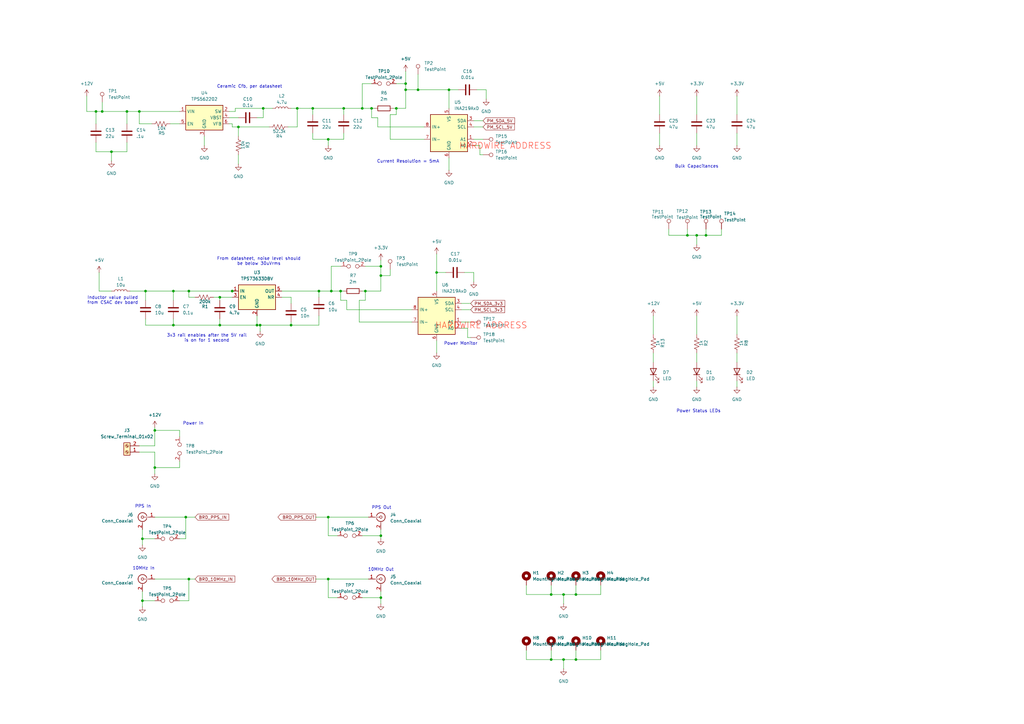
<source format=kicad_sch>
(kicad_sch (version 20250114) (generator "eeschema") (generator_version "9.0")
  (paper "A3")
  (lib_symbols
    (symbol "Connector:Conn_Coaxial" (pin_names (offset 1.016) (hide yes))
      (property "Reference" "J" (at 0.254 3.048 0))
      (property "Value" "Conn_Coaxial" (at 2.921 0 90))
      (symbol "Conn_Coaxial_1_1"
        (pin passive line (at -5.08 0 0) (length 2.54) (name "In") (number "1"))
        (pin passive line (at 0 -5.08 90) (length 2.54) (name "Ext") (number "2"))
      )
    )
    (symbol "Connector:Screw_Terminal_01x02" (pin_names (offset 1.016) (hide yes))
      (property "Reference" "J" (at 0 2.54 0))
      (property "Value" "Screw_Terminal_01x02" (at 0 -5.08 0))
      (symbol "Screw_Terminal_01x02_1_1"
        (pin passive line (at -5.08 0 0) (length 3.81) (name "Pin_1") (number "1"))
        (pin passive line (at -5.08 -2.54 0) (length 3.81) (name "Pin_2") (number "2"))
      )
    )
    (symbol "Connector:TestPoint" (pin_numbers (hide yes)) (pin_names (offset 0.762) (hide yes))
      (property "Reference" "TP" (at 0 6.858 0))
      (property "Value" "TestPoint" (at 0 5.08 0))
      (symbol "TestPoint_1_1"
        (pin passive line (at 0 0 90) (length 2.54) (name "1") (number "1"))
      )
    )
    (symbol "Connector:TestPoint_2Pole" (pin_names (offset 0.762) (hide yes))
      (property "Reference" "TP" (at 0 1.524 0))
      (property "Value" "TestPoint_2Pole" (at 0 -1.778 0))
      (symbol "TestPoint_2Pole_0_1"
        (pin passive line (at -5.08 0 0) (length 2.54) (name "1") (number "1"))
        (pin passive line (at 5.08 0 180) (length 2.54) (name "2") (number "2"))
      )
    )
    (symbol "Device:C" (pin_numbers (hide yes)) (pin_names (offset 0.254))
      (property "Reference" "C" (at 0.635 2.54 0))
      (property "Value" "C" (at 0.635 -2.54 0))
      (symbol "C_1_1"
        (pin passive line (at 0 3.81 270) (length 2.794) (name "~") (number "1"))
        (pin passive line (at 0 -3.81 90) (length 2.794) (name "~") (number "2"))
      )
    )
    (symbol "Device:L" (pin_numbers (hide yes)) (pin_names (offset 1.016) (hide yes))
      (property "Reference" "L" (at -1.27 0 90))
      (property "Value" "L" (at 1.905 0 90))
      (symbol "L_1_1"
        (pin passive line (at 0 3.81 270) (length 1.27) (name "1") (number "1"))
        (pin passive line (at 0 -3.81 90) (length 1.27) (name "2") (number "2"))
      )
    )
    (symbol "Device:LED" (pin_numbers (hide yes)) (pin_names (offset 1.016) (hide yes))
      (property "Reference" "D" (at 0 2.54 0))
      (property "Value" "LED" (at 0 -2.54 0))
      (symbol "LED_1_1"
        (pin passive line (at -3.81 0 0) (length 2.54) (name "K") (number "1"))
        (pin passive line (at 3.81 0 180) (length 2.54) (name "A") (number "2"))
      )
    )
    (symbol "Device:R" (pin_numbers (hide yes)) (pin_names (offset 0))
      (property "Reference" "R" (at 2.032 0 90))
      (property "Value" "R" (at 0 0 90))
      (symbol "R_1_1"
        (pin passive line (at 0 3.81 270) (length 1.27) (name "~") (number "1"))
        (pin passive line (at 0 -3.81 90) (length 1.27) (name "~") (number "2"))
      )
    )
    (symbol "Device:R_US" (pin_numbers (hide yes)) (pin_names (offset 0))
      (property "Reference" "R" (at 2.54 0 90))
      (property "Value" "R_US" (at -2.54 0 90))
      (symbol "R_US_1_1"
        (pin passive line (at 0 3.81 270) (length 1.27) (name "~") (number "1"))
        (pin passive line (at 0 -3.81 90) (length 1.27) (name "~") (number "2"))
      )
    )
    (symbol "Mechanical:MountingHole_Pad" (pin_numbers (hide yes)) (pin_names (offset 1.016) (hide yes)) (exclude_from_sim yes) (in_bom no)
      (property "Reference" "H" (at 0 6.35 0))
      (property "Value" "MountingHole_Pad" (at 0 4.445 0))
      (symbol "MountingHole_Pad_1_1"
        (pin input line (at 0 -2.54 90) (length 2.54) (name "1") (number "1"))
      )
    )
    (symbol "Regulator_Linear:TPS73633DBV"
      (property "Reference" "U" (at -6.35 6.35 0))
      (property "Value" "TPS73633DBV" (at 1.27 6.35 0))
      (symbol "TPS73633DBV_1_1"
        (pin power_in line (at -10.16 2.54 0) (length 2.54) (name "IN") (number "1"))
        (pin input line (at -10.16 0 0) (length 2.54) (name "EN") (number "3"))
        (pin power_in line (at 0 -7.62 90) (length 2.54) (name "GND") (number "2"))
        (pin power_out line (at 10.16 2.54 180) (length 2.54) (name "OUT") (number "5"))
        (pin passive line (at 10.16 0 180) (length 2.54) (name "NR") (number "4"))
      )
    )
    (symbol "Regulator_Switching:TPS562202"
      (property "Reference" "U" (at -7.62 6.35 0))
      (property "Value" "TPS562202" (at -2.54 6.35 0))
      (symbol "TPS562202_1_1"
        (pin power_in line (at -10.16 2.54 0) (length 2.54) (name "VIN") (number "1"))
        (pin input line (at -10.16 -2.54 0) (length 2.54) (name "EN") (number "5"))
        (pin power_in line (at 0 -7.62 90) (length 2.54) (name "GND") (number "3"))
        (pin output line (at 10.16 2.54 180) (length 2.54) (name "SW") (number "2"))
        (pin passive line (at 10.16 0 180) (length 2.54) (name "VBST") (number "4"))
        (pin input line (at 10.16 -2.54 180) (length 2.54) (name "VFB") (number "6"))
      )
    )
    (symbol "Sensor_Energy:INA219AxD"
      (property "Reference" "U" (at -6.35 8.89 0))
      (property "Value" "INA219AxD" (at 5.08 8.89 0))
      (symbol "INA219AxD_1_1"
        (pin input line (at -10.16 2.54 0) (length 2.54) (name "IN+") (number "8"))
        (pin input line (at -10.16 -2.54 0) (length 2.54) (name "IN-") (number "7"))
        (pin power_in line (at 0 10.16 270) (length 2.54) (name "VS") (number "5"))
        (pin power_in line (at 0 -10.16 90) (length 2.54) (name "GND") (number "6"))
        (pin bidirectional line (at 10.16 5.08 180) (length 2.54) (name "SDA") (number "3"))
        (pin input line (at 10.16 2.54 180) (length 2.54) (name "SCL") (number "4"))
        (pin input line (at 10.16 -2.54 180) (length 2.54) (name "A1") (number "1"))
        (pin input line (at 10.16 -5.08 180) (length 2.54) (name "A0") (number "2"))
      )
    )
    (symbol "power:+12V" (power) (pin_numbers (hide yes)) (pin_names (offset 0) (hide yes))
      (property "Value" "+12V" (at 0 3.556 0))
      (symbol "+12V_1_1"
        (pin power_in line (at 0 0 90) (length 0) (name "~") (number "1"))
      )
    )
    (symbol "power:+3.3V" (power) (pin_numbers (hide yes)) (pin_names (offset 0) (hide yes))
      (property "Value" "+3.3V" (at 0 3.556 0))
      (symbol "+3.3V_1_1"
        (pin power_in line (at 0 0 90) (length 0) (name "~") (number "1"))
      )
    )
    (symbol "power:+5V" (power) (pin_numbers (hide yes)) (pin_names (offset 0) (hide yes))
      (property "Value" "+5V" (at 0 3.556 0))
      (symbol "+5V_1_1"
        (pin power_in line (at 0 0 90) (length 0) (name "~") (number "1"))
      )
    )
    (symbol "power:GND" (power) (pin_numbers (hide yes)) (pin_names (offset 0) (hide yes))
      (property "Value" "GND" (at 0 -3.81 0))
      (symbol "GND_1_1"
        (pin power_in line (at 0 0 270) (length 0) (name "~") (number "1"))
      )
    )
  )
  (text "10MHz Out" (at 156.21 233.68 0) (effects (font (size 1.27 1.27))))
  (text "Power Status LEDs" (at 286.512 168.656 0) (effects (font (size 1.27 1.27))))
  (text "3v3 rail enables after the 5V rail\nis on for 1 second" (at 84.836 138.684 0) (effects (font (size 1.27 1.27))))
  (text "Power In" (at 79.248 173.736 0) (effects (font (size 1.27 1.27))))
  (text "HARDWIRE ADDRESS" (at 197.358 133.604 0) (effects (font (size 2.54 2.54))))
  (text "PPS In" (at 58.674 207.772 0) (effects (font (size 1.27 1.27))))
  (text "Ceramic Cfb, per datasheet" (at 102.362 35.56 0) (effects (font (size 1.27 1.27))))
  (text "From datasheet, noise level should\nbe below 30uVrms" (at 106.172 107.188 0) (effects (font (size 1.27 1.27))))
  (text "Current Resolution = 5mA" (at 167.386 66.294 0) (effects (font (size 1.27 1.27))))
  (text "Power Monitor" (at 188.976 140.97 0) (effects (font (size 1.27 1.27))))
  (text "PPS Out" (at 156.464 208.28 0) (effects (font (size 1.27 1.27))))
  (text "Inductor value pulled\nfrom CSAC dev board\n" (at 46.228 123.19 0) (effects (font (size 1.27 1.27))))
  (text "HARDWIRE ADDRESS" (at 207.264 59.944 0) (effects (font (size 2.54 2.54))))
  (text "10MHz In" (at 58.928 233.172 0) (effects (font (size 1.27 1.27))))
  (text "Bulk Capacitances" (at 285.75 68.326 0) (effects (font (size 1.27 1.27))))
  (junction (at 76.2 212.09))
  (junction (at 135.89 119.38))
  (junction (at 97.79 52.07))
  (junction (at 63.5 191.77))
  (junction (at 179.07 111.76))
  (junction (at 71.12 119.38))
  (junction (at 184.15 36.83))
  (junction (at 236.22 243.84))
  (junction (at 128.27 44.45))
  (junction (at 134.62 212.09))
  (junction (at 58.42 220.98))
  (junction (at 166.37 34.29))
  (junction (at 152.4 44.45))
  (junction (at 231.14 243.84))
  (junction (at 156.21 219.71))
  (junction (at 63.5 176.53))
  (junction (at 134.62 237.49))
  (junction (at 140.97 44.45))
  (junction (at 156.21 113.03))
  (junction (at 52.07 45.72))
  (junction (at 166.37 36.83))
  (junction (at 156.21 245.11))
  (junction (at 285.75 96.52))
  (junction (at 39.37 45.72))
  (junction (at 107.95 44.45))
  (junction (at 236.22 270.51))
  (junction (at 77.47 119.38))
  (junction (at 95.25 119.38))
  (junction (at 171.45 36.83))
  (junction (at 281.94 96.52))
  (junction (at 106.68 133.35))
  (junction (at 289.56 96.52))
  (junction (at 58.42 246.38))
  (junction (at 41.91 45.72))
  (junction (at 149.86 119.38))
  (junction (at 156.21 109.22))
  (junction (at 90.17 121.92))
  (junction (at 130.81 119.38))
  (junction (at 59.69 119.38))
  (junction (at 90.17 133.35))
  (junction (at 139.7 119.38))
  (junction (at 45.72 62.23))
  (junction (at 119.38 133.35))
  (junction (at 162.56 44.45))
  (junction (at 77.47 237.49))
  (junction (at 148.59 44.45))
  (junction (at 105.41 133.35))
  (junction (at 226.06 243.84))
  (junction (at 57.15 45.72))
  (junction (at 71.12 133.35))
  (junction (at 231.14 270.51))
  (junction (at 134.62 57.15))
  (junction (at 121.92 44.45))
  (junction (at 226.06 270.51))
  (wire (pts (xy 63.5 182.88) (xy 63.5 176.53)))
  (wire (pts (xy 236.22 270.51) (xy 246.38 270.51)))
  (wire (pts (xy 191.77 134.62) (xy 189.23 134.62)))
  (wire (pts (xy 302.26 144.78) (xy 302.26 148.59)))
  (wire (pts (xy 93.98 48.26) (xy 97.79 48.26)))
  (wire (pts (xy 179.07 111.76) (xy 179.07 119.38)))
  (wire (pts (xy 73.66 220.98) (xy 76.2 220.98)))
  (wire (pts (xy 139.7 119.38) (xy 140.97 119.38)))
  (wire (pts (xy 107.95 48.26) (xy 105.41 48.26)))
  (wire (pts (xy 58.42 246.38) (xy 58.42 248.92)))
  (wire (pts (xy 149.86 123.19) (xy 149.86 119.38)))
  (wire (pts (xy 231.14 270.51) (xy 231.14 274.32)))
  (wire (pts (xy 39.37 45.72) (xy 41.91 45.72)))
  (wire (pts (xy 41.91 41.91) (xy 41.91 45.72)))
  (wire (pts (xy 35.56 39.37) (xy 35.56 45.72)))
  (wire (pts (xy 90.17 133.35) (xy 105.41 133.35)))
  (wire (pts (xy 231.14 243.84) (xy 231.14 247.65)))
  (wire (pts (xy 215.9 240.03) (xy 215.9 243.84)))
  (wire (pts (xy 130.81 119.38) (xy 130.81 121.92)))
  (wire (pts (xy 226.06 240.03) (xy 226.06 243.84)))
  (wire (pts (xy 189.23 124.46) (xy 193.04 124.46)))
  (wire (pts (xy 138.43 245.11) (xy 134.62 245.11)))
  (wire (pts (xy 107.95 44.45) (xy 111.76 44.45)))
  (wire (pts (xy 105.41 129.54) (xy 105.41 133.35)))
  (wire (pts (xy 130.81 129.54) (xy 130.81 133.35)))
  (wire (pts (xy 156.21 106.68) (xy 156.21 109.22)))
  (wire (pts (xy 281.94 93.98) (xy 281.94 96.52)))
  (wire (pts (xy 52.07 62.23) (xy 52.07 58.42)))
  (wire (pts (xy 152.4 44.45) (xy 153.67 44.45)))
  (wire (pts (xy 90.17 130.81) (xy 90.17 133.35)))
  (wire (pts (xy 285.75 156.21) (xy 285.75 158.75)))
  (wire (pts (xy 97.79 63.5) (xy 97.79 67.31)))
  (wire (pts (xy 142.24 123.19) (xy 142.24 127)))
  (wire (pts (xy 59.69 130.81) (xy 59.69 133.35)))
  (wire (pts (xy 215.9 270.51) (xy 226.06 270.51)))
  (wire (pts (xy 40.64 111.76) (xy 40.64 119.38)))
  (wire (pts (xy 189.23 127) (xy 193.04 127)))
  (wire (pts (xy 226.06 266.7) (xy 226.06 270.51)))
  (wire (pts (xy 95.25 52.07) (xy 95.25 50.8)))
  (wire (pts (xy 194.31 52.07) (xy 198.12 52.07)))
  (wire (pts (xy 58.42 246.38) (xy 63.5 246.38)))
  (wire (pts (xy 119.38 124.46) (xy 119.38 121.92)))
  (wire (pts (xy 166.37 36.83) (xy 166.37 34.29)))
  (wire (pts (xy 121.92 44.45) (xy 128.27 44.45)))
  (wire (pts (xy 83.82 55.88) (xy 83.82 59.69)))
  (wire (pts (xy 59.69 119.38) (xy 71.12 119.38)))
  (wire (pts (xy 179.07 104.14) (xy 179.07 111.76)))
  (wire (pts (xy 152.4 48.26) (xy 152.4 44.45)))
  (wire (pts (xy 166.37 34.29) (xy 166.37 29.21)))
  (wire (pts (xy 142.24 123.19) (xy 139.7 123.19)))
  (wire (pts (xy 148.59 219.71) (xy 156.21 219.71)))
  (wire (pts (xy 39.37 58.42) (xy 39.37 62.23)))
  (wire (pts (xy 134.62 59.69) (xy 134.62 57.15)))
  (wire (pts (xy 96.52 45.72) (xy 96.52 44.45)))
  (wire (pts (xy 160.02 57.15) (xy 173.99 57.15)))
  (wire (pts (xy 171.45 30.48) (xy 171.45 36.83)))
  (wire (pts (xy 58.42 220.98) (xy 58.42 223.52)))
  (wire (pts (xy 118.11 52.07) (xy 121.92 52.07)))
  (wire (pts (xy 149.86 109.22) (xy 156.21 109.22)))
  (wire (pts (xy 160.02 110.49) (xy 160.02 113.03)))
  (wire (pts (xy 196.85 63.5) (xy 196.85 59.69)))
  (wire (pts (xy 270.51 54.61) (xy 270.51 59.69)))
  (wire (pts (xy 139.7 109.22) (xy 135.89 109.22)))
  (wire (pts (xy 285.75 54.61) (xy 285.75 59.69)))
  (wire (pts (xy 149.86 119.38) (xy 156.21 119.38)))
  (wire (pts (xy 156.21 109.22) (xy 156.21 113.03)))
  (wire (pts (xy 77.47 246.38) (xy 77.47 237.49)))
  (wire (pts (xy 128.27 46.99) (xy 128.27 44.45)))
  (wire (pts (xy 71.12 133.35) (xy 90.17 133.35)))
  (wire (pts (xy 95.25 50.8) (xy 93.98 50.8)))
  (wire (pts (xy 194.31 49.53) (xy 198.12 49.53)))
  (wire (pts (xy 215.9 266.7) (xy 215.9 270.51)))
  (wire (pts (xy 52.07 45.72) (xy 52.07 50.8)))
  (wire (pts (xy 160.02 46.99) (xy 160.02 57.15)))
  (wire (pts (xy 289.56 93.98) (xy 289.56 96.52)))
  (wire (pts (xy 285.75 39.37) (xy 285.75 46.99)))
  (wire (pts (xy 128.27 57.15) (xy 128.27 54.61)))
  (wire (pts (xy 285.75 96.52) (xy 285.75 100.33)))
  (wire (pts (xy 147.32 132.08) (xy 168.91 132.08)))
  (wire (pts (xy 194.31 111.76) (xy 194.31 115.57)))
  (wire (pts (xy 87.63 121.92) (xy 90.17 121.92)))
  (wire (pts (xy 97.79 52.07) (xy 97.79 55.88)))
  (wire (pts (xy 35.56 45.72) (xy 39.37 45.72)))
  (wire (pts (xy 140.97 57.15) (xy 134.62 57.15)))
  (wire (pts (xy 270.51 39.37) (xy 270.51 46.99)))
  (wire (pts (xy 135.89 109.22) (xy 135.89 119.38)))
  (wire (pts (xy 77.47 237.49) (xy 80.01 237.49)))
  (wire (pts (xy 63.5 185.42) (xy 63.5 191.77)))
  (wire (pts (xy 107.95 44.45) (xy 107.95 48.26)))
  (wire (pts (xy 134.62 212.09) (xy 151.13 212.09)))
  (wire (pts (xy 226.06 243.84) (xy 231.14 243.84)))
  (wire (pts (xy 45.72 62.23) (xy 52.07 62.23)))
  (wire (pts (xy 274.32 93.98) (xy 274.32 96.52)))
  (wire (pts (xy 171.45 36.83) (xy 184.15 36.83)))
  (wire (pts (xy 59.69 123.19) (xy 59.69 119.38)))
  (wire (pts (xy 77.47 121.92) (xy 77.47 119.38)))
  (wire (pts (xy 128.27 44.45) (xy 140.97 44.45)))
  (wire (pts (xy 106.68 133.35) (xy 106.68 135.89)))
  (wire (pts (xy 96.52 44.45) (xy 107.95 44.45)))
  (wire (pts (xy 57.15 182.88) (xy 63.5 182.88)))
  (wire (pts (xy 63.5 191.77) (xy 63.5 194.31)))
  (wire (pts (xy 184.15 36.83) (xy 187.96 36.83)))
  (wire (pts (xy 59.69 133.35) (xy 71.12 133.35)))
  (wire (pts (xy 152.4 34.29) (xy 148.59 34.29)))
  (wire (pts (xy 302.26 156.21) (xy 302.26 158.75)))
  (wire (pts (xy 236.22 266.7) (xy 236.22 270.51)))
  (wire (pts (xy 154.94 48.26) (xy 152.4 48.26)))
  (wire (pts (xy 95.25 52.07) (xy 97.79 52.07)))
  (wire (pts (xy 73.66 246.38) (xy 77.47 246.38)))
  (wire (pts (xy 156.21 217.17) (xy 156.21 219.71)))
  (wire (pts (xy 76.2 220.98) (xy 76.2 212.09)))
  (wire (pts (xy 73.66 179.07) (xy 73.66 176.53)))
  (wire (pts (xy 140.97 44.45) (xy 148.59 44.45)))
  (wire (pts (xy 121.92 44.45) (xy 121.92 52.07)))
  (wire (pts (xy 148.59 119.38) (xy 149.86 119.38)))
  (wire (pts (xy 226.06 270.51) (xy 231.14 270.51)))
  (wire (pts (xy 142.24 127) (xy 168.91 127)))
  (wire (pts (xy 45.72 119.38) (xy 40.64 119.38)))
  (wire (pts (xy 156.21 113.03) (xy 156.21 119.38)))
  (wire (pts (xy 63.5 176.53) (xy 63.5 175.26)))
  (wire (pts (xy 105.41 133.35) (xy 106.68 133.35)))
  (wire (pts (xy 166.37 44.45) (xy 166.37 36.83)))
  (wire (pts (xy 295.91 96.52) (xy 295.91 93.98)))
  (wire (pts (xy 119.38 133.35) (xy 130.81 133.35)))
  (wire (pts (xy 134.62 219.71) (xy 134.62 212.09)))
  (wire (pts (xy 90.17 123.19) (xy 90.17 121.92)))
  (wire (pts (xy 80.01 121.92) (xy 77.47 121.92)))
  (wire (pts (xy 147.32 123.19) (xy 147.32 132.08)))
  (wire (pts (xy 281.94 96.52) (xy 285.75 96.52)))
  (wire (pts (xy 160.02 113.03) (xy 156.21 113.03)))
  (wire (pts (xy 179.07 111.76) (xy 182.88 111.76)))
  (wire (pts (xy 135.89 119.38) (xy 139.7 119.38)))
  (wire (pts (xy 196.85 59.69) (xy 194.31 59.69)))
  (wire (pts (xy 39.37 62.23) (xy 45.72 62.23)))
  (wire (pts (xy 71.12 119.38) (xy 77.47 119.38)))
  (wire (pts (xy 62.23 50.8) (xy 57.15 50.8)))
  (wire (pts (xy 246.38 270.51) (xy 246.38 266.7)))
  (wire (pts (xy 39.37 50.8) (xy 39.37 45.72)))
  (wire (pts (xy 156.21 219.71) (xy 156.21 220.98)))
  (wire (pts (xy 41.91 45.72) (xy 52.07 45.72)))
  (wire (pts (xy 106.68 133.35) (xy 119.38 133.35)))
  (wire (pts (xy 77.47 119.38) (xy 95.25 119.38)))
  (wire (pts (xy 93.98 45.72) (xy 96.52 45.72)))
  (wire (pts (xy 63.5 237.49) (xy 77.47 237.49)))
  (wire (pts (xy 58.42 220.98) (xy 63.5 220.98)))
  (wire (pts (xy 236.22 243.84) (xy 246.38 243.84)))
  (wire (pts (xy 191.77 138.43) (xy 191.77 134.62)))
  (wire (pts (xy 196.85 63.5) (xy 198.12 63.5)))
  (wire (pts (xy 267.97 144.78) (xy 267.97 148.59)))
  (wire (pts (xy 194.31 57.15) (xy 198.12 57.15)))
  (wire (pts (xy 148.59 34.29) (xy 148.59 44.45)))
  (wire (pts (xy 199.39 36.83) (xy 199.39 40.64)))
  (wire (pts (xy 154.94 52.07) (xy 173.99 52.07)))
  (wire (pts (xy 302.26 39.37) (xy 302.26 46.99)))
  (wire (pts (xy 156.21 245.11) (xy 156.21 247.65)))
  (wire (pts (xy 63.5 212.09) (xy 76.2 212.09)))
  (wire (pts (xy 119.38 44.45) (xy 121.92 44.45)))
  (wire (pts (xy 58.42 242.57) (xy 58.42 246.38)))
  (wire (pts (xy 189.23 132.08) (xy 193.04 132.08)))
  (wire (pts (xy 148.59 44.45) (xy 152.4 44.45)))
  (wire (pts (xy 236.22 240.03) (xy 236.22 243.84)))
  (wire (pts (xy 162.56 44.45) (xy 166.37 44.45)))
  (wire (pts (xy 148.59 245.11) (xy 156.21 245.11)))
  (wire (pts (xy 139.7 123.19) (xy 139.7 119.38)))
  (wire (pts (xy 147.32 123.19) (xy 149.86 123.19)))
  (wire (pts (xy 267.97 129.54) (xy 267.97 137.16)))
  (wire (pts (xy 134.62 245.11) (xy 134.62 237.49)))
  (wire (pts (xy 57.15 50.8) (xy 57.15 45.72)))
  (wire (pts (xy 129.54 212.09) (xy 134.62 212.09)))
  (wire (pts (xy 285.75 96.52) (xy 289.56 96.52)))
  (wire (pts (xy 73.66 189.23) (xy 73.66 191.77)))
  (wire (pts (xy 162.56 46.99) (xy 162.56 44.45)))
  (wire (pts (xy 115.57 121.92) (xy 119.38 121.92)))
  (wire (pts (xy 73.66 191.77) (xy 63.5 191.77)))
  (wire (pts (xy 154.94 48.26) (xy 154.94 52.07)))
  (wire (pts (xy 184.15 64.77) (xy 184.15 69.85)))
  (wire (pts (xy 161.29 44.45) (xy 162.56 44.45)))
  (wire (pts (xy 45.72 62.23) (xy 45.72 66.04)))
  (wire (pts (xy 179.07 139.7) (xy 179.07 144.78)))
  (wire (pts (xy 302.26 54.61) (xy 302.26 59.69)))
  (wire (pts (xy 231.14 243.84) (xy 236.22 243.84)))
  (wire (pts (xy 69.85 50.8) (xy 73.66 50.8)))
  (wire (pts (xy 140.97 54.61) (xy 140.97 57.15)))
  (wire (pts (xy 57.15 185.42) (xy 63.5 185.42)))
  (wire (pts (xy 52.07 45.72) (xy 57.15 45.72)))
  (wire (pts (xy 190.5 111.76) (xy 194.31 111.76)))
  (wire (pts (xy 302.26 129.54) (xy 302.26 137.16)))
  (wire (pts (xy 285.75 129.54) (xy 285.75 137.16)))
  (wire (pts (xy 73.66 176.53) (xy 63.5 176.53)))
  (wire (pts (xy 76.2 212.09) (xy 80.01 212.09)))
  (wire (pts (xy 71.12 130.81) (xy 71.12 133.35)))
  (wire (pts (xy 231.14 270.51) (xy 236.22 270.51)))
  (wire (pts (xy 95.25 119.38) (xy 96.52 119.38)))
  (wire (pts (xy 97.79 52.07) (xy 110.49 52.07)))
  (wire (pts (xy 267.97 156.21) (xy 267.97 158.75)))
  (wire (pts (xy 58.42 217.17) (xy 58.42 220.98)))
  (wire (pts (xy 134.62 57.15) (xy 128.27 57.15)))
  (wire (pts (xy 160.02 46.99) (xy 162.56 46.99)))
  (wire (pts (xy 129.54 237.49) (xy 134.62 237.49)))
  (wire (pts (xy 115.57 119.38) (xy 130.81 119.38)))
  (wire (pts (xy 195.58 36.83) (xy 199.39 36.83)))
  (wire (pts (xy 119.38 133.35) (xy 119.38 132.08)))
  (wire (pts (xy 285.75 144.78) (xy 285.75 148.59)))
  (wire (pts (xy 57.15 45.72) (xy 73.66 45.72)))
  (wire (pts (xy 138.43 219.71) (xy 134.62 219.71)))
  (wire (pts (xy 134.62 237.49) (xy 151.13 237.49)))
  (wire (pts (xy 191.77 138.43) (xy 193.04 138.43)))
  (wire (pts (xy 90.17 121.92) (xy 95.25 121.92)))
  (wire (pts (xy 71.12 119.38) (xy 71.12 123.19)))
  (wire (pts (xy 274.32 96.52) (xy 281.94 96.52)))
  (wire (pts (xy 289.56 96.52) (xy 295.91 96.52)))
  (wire (pts (xy 246.38 243.84) (xy 246.38 240.03)))
  (wire (pts (xy 184.15 36.83) (xy 184.15 44.45)))
  (wire (pts (xy 130.81 119.38) (xy 135.89 119.38)))
  (wire (pts (xy 156.21 242.57) (xy 156.21 245.11)))
  (wire (pts (xy 166.37 36.83) (xy 171.45 36.83)))
  (wire (pts (xy 215.9 243.84) (xy 226.06 243.84)))
  (wire (pts (xy 53.34 119.38) (xy 59.69 119.38)))
  (wire (pts (xy 140.97 44.45) (xy 140.97 46.99)))
  (wire (pts (xy 162.56 34.29) (xy 166.37 34.29)))
  (global_label "PM_SDA_3v3" (shape input) (at 193.04 124.46 0) (property "Intersheetrefs" "${INTERSHEET_REFS}" (effects (hide yes))))
  (global_label "PM_SCL_3v3" (shape input) (at 193.04 127 0) (property "Intersheetrefs" "${INTERSHEET_REFS}" (effects (hide yes))))
  (global_label "PM_SDA_5V" (shape input) (at 198.12 49.53 0) (property "Intersheetrefs" "${INTERSHEET_REFS}" (effects (hide yes))))
  (global_label "BRD_10MHz_IN" (shape input) (at 80.01 237.49 0) (property "Intersheetrefs" "${INTERSHEET_REFS}" (effects (hide yes))))
  (global_label "BRD_PPS_OUT" (shape output) (at 129.54 212.09 180) (property "Intersheetrefs" "${INTERSHEET_REFS}" (effects (hide yes))))
  (global_label "PM_SCL_5V" (shape input) (at 198.12 52.07 0) (property "Intersheetrefs" "${INTERSHEET_REFS}" (effects (hide yes))))
  (global_label "BRD_10MHz_OUT" (shape output) (at 129.54 237.49 180) (property "Intersheetrefs" "${INTERSHEET_REFS}" (effects (hide yes))))
  (global_label "BRD_PPS_IN" (shape input) (at 80.01 212.09 0) (property "Intersheetrefs" "${INTERSHEET_REFS}" (effects (hide yes))))
  (symbol (lib_id "Connector:TestPoint_2Pole") (at 143.51 219.71 0) (unit 1)
    (property "Reference" "TP6" (at 143.51 214.63 0))
    (property "Value" "TestPoint_2Pole" (at 143.51 217.17 0))
    (property "Footprint" "TestPoint:TestPoint_2Pads_Pitch5.08mm_Drill1.3mm" (effects (hide yes)))
    (property "Description" "2-polar test point" (effects (hide yes)))
  )
  (symbol (lib_id "Device:R") (at 144.78 119.38 270) (unit 1)
    (property "Reference" "R7" (at 144.78 113.03 90))
    (property "Value" "2m" (at 144.78 115.57 90))
    (property "Footprint" "2222_DevBoar_Footprints:BVT-I-R0002-1" (effects (hide yes)))
    (property "Description" "Resistor" (effects (hide yes)))
  )
  (symbol (lib_id "Connector:TestPoint_2Pole") (at 144.78 109.22 0) (unit 1)
    (property "Reference" "TP9" (at 144.78 104.14 0))
    (property "Value" "TestPoint_2Pole" (at 144.78 106.68 0))
    (property "Footprint" "TestPoint:TestPoint_2Pads_Pitch5.08mm_Drill1.3mm" (effects (hide yes)))
    (property "Description" "2-polar test point" (effects (hide yes)))
  )
  (symbol (lib_id "Regulator_Linear:TPS73633DBV") (at 105.41 121.92 0) (unit 1)
    (property "Reference" "U3" (at 105.41 111.76 0))
    (property "Value" "TPS73633DBV" (at 105.41 114.3 0))
    (property "Footprint" "Package_TO_SOT_SMD:SOT-23-5" (effects (hide yes)))
    (property "Datasheet" "http://www.ti.com/lit/ds/symlink/tps736.pdf" (effects (hide yes)))
    (property "Description" "Cap free NMOS 400mA Low Drop 3.3V Regulator, SOT-23-5" (effects (hide yes)))
  )
  (symbol (lib_id "Device:C") (at 119.38 128.27 0) (unit 1)
    (property "Reference" "C5" (at 123.19 126.9999 0) (effects (justify left)))
    (property "Value" "10n" (at 123.19 129.5399 0) (effects (justify left)))
    (property "Footprint" "Capacitor_SMD:C_0603_1608Metric" (effects (hide yes)))
    (property "Description" "Unpolarized capacitor" (effects (hide yes)))
  )
  (symbol (lib_id "power:+3.3V") (at 302.26 39.37 0) (unit 1)
    (property "Reference" "#PWR045" (effects (hide yes)))
    (property "Value" "+3.3V" (at 302.26 34.29 0))
    (property "Description" "Power symbol creates a global label with name \"+3.3V\"" (effects (hide yes)))
  )
  (symbol (lib_id "Device:C") (at 186.69 111.76 90) (unit 1)
    (property "Reference" "C17" (at 186.69 104.14 90))
    (property "Value" "0.01u" (at 186.69 106.68 90))
    (property "Footprint" "Capacitor_SMD:C_0603_1608Metric" (effects (hide yes)))
    (property "Description" "Unpolarized capacitor" (effects (hide yes)))
  )
  (symbol (lib_id "power:GND") (at 285.75 100.33 0) (unit 1)
    (property "Reference" "#PWR043" (effects (hide yes)))
    (property "Value" "GND" (at 285.75 105.41 0))
    (property "Description" "Power symbol creates a global label with name \"GND\" , ground" (effects (hide yes)))
  )
  (symbol (lib_id "Connector:TestPoint") (at 289.56 93.98 0) (unit 1)
    (property "Reference" "TP13" (at 287.02 86.868 0) (effects (justify left)))
    (property "Value" "TestPoint" (at 287.02 88.9 0) (effects (justify left)))
    (property "Footprint" "TestPoint:TestPoint_THTPad_2.5x2.5mm_Drill1.2mm" (effects (hide yes)))
    (property "Description" "test point" (effects (hide yes)))
  )
  (symbol (lib_id "Connector:TestPoint_2Pole") (at 143.51 245.11 0) (unit 1)
    (property "Reference" "TP7" (at 143.51 240.03 0))
    (property "Value" "TestPoint_2Pole" (at 143.51 242.57 0))
    (property "Footprint" "TestPoint:TestPoint_2Pads_Pitch5.08mm_Drill1.3mm" (effects (hide yes)))
    (property "Description" "2-polar test point" (effects (hide yes)))
  )
  (symbol (lib_id "power:GND") (at 83.82 59.69 0) (unit 1)
    (property "Reference" "#PWR010" (effects (hide yes)))
    (property "Value" "GND" (at 83.82 64.77 0))
    (property "Description" "Power symbol creates a global label with name \"GND\" , ground" (effects (hide yes)))
  )
  (symbol (lib_id "Connector:TestPoint") (at 198.12 57.15 270) (unit 1)
    (property "Reference" "TP15" (at 203.2 55.8799 90) (effects (justify left)))
    (property "Value" "TestPoint" (at 203.2 58.4199 90) (effects (justify left)))
    (property "Footprint" "TestPoint:TestPoint_THTPad_2.5x2.5mm_Drill1.2mm" (effects (hide yes)))
    (property "Description" "test point" (effects (hide yes)))
  )
  (symbol (lib_id "power:GND") (at 97.79 67.31 0) (unit 1)
    (property "Reference" "#PWR011" (effects (hide yes)))
    (property "Value" "GND" (at 97.79 72.39 0))
    (property "Description" "Power symbol creates a global label with name \"GND\" , ground" (effects (hide yes)))
  )
  (symbol (lib_id "power:GND") (at 302.26 59.69 0) (unit 1)
    (property "Reference" "#PWR046" (effects (hide yes)))
    (property "Value" "GND" (at 302.26 64.77 0))
    (property "Description" "Power symbol creates a global label with name \"GND\" , ground" (effects (hide yes)))
  )
  (symbol (lib_id "Device:C") (at 191.77 36.83 90) (unit 1)
    (property "Reference" "C16" (at 191.77 29.21 90))
    (property "Value" "0.01u" (at 191.77 31.75 90))
    (property "Footprint" "Capacitor_SMD:C_0603_1608Metric" (effects (hide yes)))
    (property "Description" "Unpolarized capacitor" (effects (hide yes)))
  )
  (symbol (lib_id "Device:R_US") (at 114.3 52.07 90) (unit 1)
    (property "Reference" "R4" (at 114.554 55.88 90))
    (property "Value" "52.3k" (at 114.554 53.848 90))
    (property "Footprint" "Resistor_SMD:R_0603_1608Metric" (effects (hide yes)))
    (property "Description" "Resistor, US symbol" (effects (hide yes)))
  )
  (symbol (lib_id "power:+5V") (at 166.37 29.21 0) (unit 1)
    (property "Reference" "#PWR014" (effects (hide yes)))
    (property "Value" "+5V" (at 166.37 24.13 0))
    (property "Description" "Power symbol creates a global label with name \"+5V\"" (effects (hide yes)))
  )
  (symbol (lib_id "power:+5V") (at 40.64 111.76 0) (unit 1)
    (property "Reference" "#PWR06" (effects (hide yes)))
    (property "Value" "+5V" (at 40.64 106.68 0))
    (property "Description" "Power symbol creates a global label with name \"+5V\"" (effects (hide yes)))
  )
  (symbol (lib_id "power:GND") (at 199.39 40.64 0) (unit 1)
    (property "Reference" "#PWR019" (effects (hide yes)))
    (property "Value" "GND" (at 199.39 45.72 0))
    (property "Description" "Power symbol creates a global label with name \"GND\" , ground" (effects (hide yes)))
  )
  (symbol (lib_id "power:GND") (at 179.07 144.78 0) (unit 1)
    (property "Reference" "#PWR018" (effects (hide yes)))
    (property "Value" "GND" (at 179.07 149.86 0))
    (property "Description" "Power symbol creates a global label with name \"GND\" , ground" (effects (hide yes)))
  )
  (symbol (lib_id "Connector:TestPoint") (at 171.45 30.48 0) (unit 1)
    (property "Reference" "TP2" (at 173.99 25.9079 0) (effects (justify left)))
    (property "Value" "TestPoint" (at 173.99 28.4479 0) (effects (justify left)))
    (property "Footprint" "TestPoint:TestPoint_THTPad_2.5x2.5mm_Drill1.2mm" (effects (hide yes)))
    (property "Description" "test point" (effects (hide yes)))
  )
  (symbol (lib_id "Connector:TestPoint_2Pole") (at 68.58 246.38 0) (unit 1)
    (property "Reference" "TP5" (at 68.58 241.3 0))
    (property "Value" "TestPoint_2Pole" (at 68.58 243.84 0))
    (property "Footprint" "TestPoint:TestPoint_2Pads_Pitch5.08mm_Drill1.3mm" (effects (hide yes)))
    (property "Description" "2-polar test point" (effects (hide yes)))
  )
  (symbol (lib_id "Connector:TestPoint") (at 41.91 41.91 0) (unit 1)
    (property "Reference" "TP1" (at 44.45 37.3379 0) (effects (justify left)))
    (property "Value" "TestPoint" (at 44.45 39.8779 0) (effects (justify left)))
    (property "Footprint" "TestPoint:TestPoint_THTPad_2.5x2.5mm_Drill1.2mm" (effects (hide yes)))
    (property "Description" "test point" (effects (hide yes)))
  )
  (symbol (lib_id "Device:C") (at 270.51 50.8 180) (unit 1)
    (property "Reference" "C25" (at 274.32 49.5299 0) (effects (justify right)))
    (property "Value" "47u" (at 274.32 52.0699 0) (effects (justify right)))
    (property "Footprint" "Capacitor_SMD:C_0603_1608Metric" (effects (hide yes)))
    (property "Description" "Unpolarized capacitor" (effects (hide yes)))
  )
  (symbol (lib_id "Device:L") (at 49.53 119.38 90) (unit 1)
    (property "Reference" "L1" (at 49.53 114.3 90))
    (property "Value" "10u" (at 49.53 116.84 90))
    (property "Footprint" "Inductor_SMD:L_Bourns-SRU8043" (effects (hide yes)))
    (property "Description" "Inductor" (effects (hide yes)))
  )
  (symbol (lib_id "Mechanical:MountingHole_Pad") (at 215.9 264.16 0) (unit 1) (exclude_from_sim yes) (in_bom no)
    (property "Reference" "H8" (at 218.44 261.6199 0) (effects (justify left)))
    (property "Value" "MountingHole_Pad" (at 218.44 264.1599 0) (effects (justify left)))
    (property "Footprint" "MountingHole:MountingHole_3.2mm_M3_Pad" (effects (hide yes)))
    (property "Description" "Mounting Hole with connection" (effects (hide yes)))
  )
  (symbol (lib_id "Mechanical:MountingHole_Pad") (at 246.38 237.49 0) (unit 1) (exclude_from_sim yes) (in_bom no)
    (property "Reference" "H4" (at 248.92 234.9499 0) (effects (justify left)))
    (property "Value" "MountingHole_Pad" (at 248.92 237.4899 0) (effects (justify left)))
    (property "Footprint" "MountingHole:MountingHole_3.2mm_M3_Pad" (effects (hide yes)))
    (property "Description" "Mounting Hole with connection" (effects (hide yes)))
  )
  (symbol (lib_id "power:GND") (at 156.21 220.98 0) (unit 1)
    (property "Reference" "#PWR025" (effects (hide yes)))
    (property "Value" "GND" (at 156.21 226.06 0))
    (property "Description" "Power symbol creates a global label with name \"GND\" , ground" (effects (hide yes)))
  )
  (symbol (lib_id "power:+12V") (at 63.5 175.26 0) (unit 1)
    (property "Reference" "#PWR015" (effects (hide yes)))
    (property "Value" "+12V" (at 63.5 170.18 0))
    (property "Description" "Power symbol creates a global label with name \"+12V\"" (effects (hide yes)))
  )
  (symbol (lib_id "Device:R") (at 157.48 44.45 270) (unit 1)
    (property "Reference" "R6" (at 157.48 38.1 90))
    (property "Value" "2m" (at 157.48 40.64 90))
    (property "Footprint" "2222_DevBoar_Footprints:BVT-I-R0002-1" (effects (hide yes)))
    (property "Description" "Resistor" (effects (hide yes)))
  )
  (symbol (lib_id "Device:R_US") (at 97.79 59.69 180) (unit 1)
    (property "Reference" "R3" (at 101.6 59.436 90))
    (property "Value" "10k" (at 99.568 59.436 90))
    (property "Footprint" "Resistor_SMD:R_0603_1608Metric" (effects (hide yes)))
    (property "Description" "Resistor, US symbol" (effects (hide yes)))
  )
  (symbol (lib_id "power:+12V") (at 35.56 39.37 0) (unit 1)
    (property "Reference" "#PWR013" (effects (hide yes)))
    (property "Value" "+12V" (at 35.56 34.29 0))
    (property "Description" "Power symbol creates a global label with name \"+12V\"" (effects (hide yes)))
  )
  (symbol (lib_id "Mechanical:MountingHole_Pad") (at 236.22 237.49 0) (unit 1) (exclude_from_sim yes) (in_bom no)
    (property "Reference" "H3" (at 238.76 234.9499 0) (effects (justify left)))
    (property "Value" "MountingHole_Pad" (at 238.76 237.4899 0) (effects (justify left)))
    (property "Footprint" "MountingHole:MountingHole_3.2mm_M3_Pad" (effects (hide yes)))
    (property "Description" "Mounting Hole with connection" (effects (hide yes)))
  )
  (symbol (lib_id "power:GND") (at 58.42 248.92 0) (unit 1)
    (property "Reference" "#PWR028" (effects (hide yes)))
    (property "Value" "GND" (at 58.42 254 0))
    (property "Description" "Power symbol creates a global label with name \"GND\" , ground" (effects (hide yes)))
  )
  (symbol (lib_id "Device:LED") (at 285.75 152.4 90) (unit 1)
    (property "Reference" "D1" (at 289.56 152.7174 90) (effects (justify right)))
    (property "Value" "LED" (at 289.56 155.2574 90) (effects (justify right)))
    (property "Footprint" "LED_SMD:LED_0603_1608Metric" (effects (hide yes)))
    (property "Description" "Light emitting diode" (effects (hide yes)))
    (property "Sim.Pins" "1=K 2=A" (effects (hide yes)))
  )
  (symbol (lib_id "Connector:Screw_Terminal_01x02") (at 52.07 185.42 180) (unit 1)
    (property "Reference" "J3" (at 52.07 176.53 0))
    (property "Value" "Screw_Terminal_01x02" (at 52.07 179.07 0))
    (property "Footprint" "Connector_Phoenix_GMSTB:PhoenixContact_GMSTBA_2,5_2-G-7,62_1x02_P7.62mm_Horizontal" (effects (hide yes)))
    (property "Description" "Generic screw terminal, single row, 01x02, script generated (kicad-library-utils/schlib/autogen/connector/)" (effects (hide yes)))
  )
  (symbol (lib_id "power:+3.3V") (at 156.21 106.68 0) (unit 1)
    (property "Reference" "#PWR07" (effects (hide yes)))
    (property "Value" "+3.3V" (at 156.21 101.6 0))
    (property "Description" "Power symbol creates a global label with name \"+3.3V\"" (effects (hide yes)))
  )
  (symbol (lib_id "Mechanical:MountingHole_Pad") (at 226.06 264.16 0) (unit 1) (exclude_from_sim yes) (in_bom no)
    (property "Reference" "H9" (at 228.6 261.6199 0) (effects (justify left)))
    (property "Value" "MountingHole_Pad" (at 228.6 264.1599 0) (effects (justify left)))
    (property "Footprint" "MountingHole:MountingHole_3.2mm_M3_Pad" (effects (hide yes)))
    (property "Description" "Mounting Hole with connection" (effects (hide yes)))
  )
  (symbol (lib_id "Device:C") (at 302.26 50.8 180) (unit 1)
    (property "Reference" "C24" (at 306.07 49.5299 0) (effects (justify right)))
    (property "Value" "47u" (at 306.07 52.0699 0) (effects (justify right)))
    (property "Footprint" "Capacitor_SMD:C_0603_1608Metric" (effects (hide yes)))
    (property "Description" "Unpolarized capacitor" (effects (hide yes)))
  )
  (symbol (lib_id "Device:C") (at 130.81 125.73 0) (unit 1)
    (property "Reference" "C6" (at 134.62 124.4599 0) (effects (justify left)))
    (property "Value" "10u" (at 134.62 126.9999 0) (effects (justify left)))
    (property "Footprint" "Capacitor_SMD:C_0603_1608Metric" (effects (hide yes)))
    (property "Description" "Unpolarized capacitor" (effects (hide yes)))
  )
  (symbol (lib_id "Device:L") (at 115.57 44.45 90) (unit 1)
    (property "Reference" "L2" (at 115.57 39.37 90))
    (property "Value" "4.7u" (at 115.57 41.91 90))
    (property "Footprint" "Inductor_SMD:L_Bourns-SRU8043" (effects (hide yes)))
    (property "Description" "Inductor" (effects (hide yes)))
  )
  (symbol (lib_id "Device:C") (at 52.07 54.61 180) (unit 1)
    (property "Reference" "C14" (at 55.88 53.3399 0) (effects (justify right)))
    (property "Value" ".1u" (at 55.88 55.8799 0) (effects (justify right)))
    (property "Footprint" "Capacitor_SMD:C_0603_1608Metric" (effects (hide yes)))
    (property "Description" "Unpolarized capacitor" (effects (hide yes)))
  )
  (symbol (lib_id "Mechanical:MountingHole_Pad") (at 236.22 264.16 0) (unit 1) (exclude_from_sim yes) (in_bom no)
    (property "Reference" "H10" (at 238.76 261.6199 0) (effects (justify left)))
    (property "Value" "MountingHole_Pad" (at 238.76 264.1599 0) (effects (justify left)))
    (property "Footprint" "MountingHole:MountingHole_3.2mm_M3_Pad" (effects (hide yes)))
    (property "Description" "Mounting Hole with connection" (effects (hide yes)))
  )
  (symbol (lib_id "Connector:TestPoint") (at 160.02 110.49 0) (unit 1)
    (property "Reference" "TP3" (at 162.56 105.9179 0) (effects (justify left)))
    (property "Value" "TestPoint" (at 162.56 108.4579 0) (effects (justify left)))
    (property "Footprint" "TestPoint:TestPoint_THTPad_2.5x2.5mm_Drill1.2mm" (effects (hide yes)))
    (property "Description" "test point" (effects (hide yes)))
  )
  (symbol (lib_id "Connector:TestPoint") (at 281.94 93.98 0) (unit 1)
    (property "Reference" "TP12" (at 277.368 86.614 0) (effects (justify left)))
    (property "Value" "TestPoint" (at 277.368 89.154 0) (effects (justify left)))
    (property "Footprint" "TestPoint:TestPoint_THTPad_2.5x2.5mm_Drill1.2mm" (effects (hide yes)))
    (property "Description" "test point" (effects (hide yes)))
  )
  (symbol (lib_id "power:GND") (at 184.15 69.85 0) (unit 1)
    (property "Reference" "#PWR017" (effects (hide yes)))
    (property "Value" "GND" (at 184.15 74.93 0))
    (property "Description" "Power symbol creates a global label with name \"GND\" , ground" (effects (hide yes)))
  )
  (symbol (lib_id "Connector:TestPoint_2Pole") (at 68.58 220.98 0) (unit 1)
    (property "Reference" "TP4" (at 68.58 215.9 0))
    (property "Value" "TestPoint_2Pole" (at 68.58 218.44 0))
    (property "Footprint" "TestPoint:TestPoint_2Pads_Pitch5.08mm_Drill1.3mm" (effects (hide yes)))
    (property "Description" "2-polar test point" (effects (hide yes)))
  )
  (symbol (lib_id "power:GND") (at 134.62 59.69 0) (unit 1)
    (property "Reference" "#PWR09" (effects (hide yes)))
    (property "Value" "GND" (at 134.62 64.77 0))
    (property "Description" "Power symbol creates a global label with name \"GND\" , ground" (effects (hide yes)))
  )
  (symbol (lib_id "Regulator_Switching:TPS562202") (at 83.82 48.26 0) (unit 1)
    (property "Reference" "U4" (at 83.82 38.1 0))
    (property "Value" "TPS562202" (at 83.82 40.64 0))
    (property "Footprint" "Package_TO_SOT_SMD:SOT-563" (effects (hide yes)))
    (property "Datasheet" "https://www.ti.com/lit/gpn/tps562202" (effects (hide yes)))
    (property "Description" "2A Synchronous Step-Down Voltage Regulator 580kHz, adjustable output voltage, 4.5-17V Input Voltage, 0.804V-7V Output Voltage, SOT-563" (effects (hide yes)))
  )
  (symbol (lib_id "Connector:TestPoint") (at 193.04 132.08 270) (unit 1)
    (property "Reference" "TP17" (at 198.12 130.8099 90) (effects (justify left)))
    (property "Value" "TestPoint" (at 198.12 133.3499 90) (effects (justify left)))
    (property "Footprint" "TestPoint:TestPoint_THTPad_2.5x2.5mm_Drill1.2mm" (effects (hide yes)))
    (property "Description" "test point" (effects (hide yes)))
  )
  (symbol (lib_id "Connector:TestPoint") (at 193.04 138.43 270) (unit 1)
    (property "Reference" "TP18" (at 198.12 137.1599 90) (effects (justify left)))
    (property "Value" "TestPoint" (at 198.12 139.6999 90) (effects (justify left)))
    (property "Footprint" "TestPoint:TestPoint_THTPad_2.5x2.5mm_Drill1.2mm" (effects (hide yes)))
    (property "Description" "test point" (effects (hide yes)))
  )
  (symbol (lib_id "Mechanical:MountingHole_Pad") (at 246.38 264.16 0) (unit 1) (exclude_from_sim yes) (in_bom no)
    (property "Reference" "H11" (at 248.92 261.6199 0) (effects (justify left)))
    (property "Value" "MountingHole_Pad" (at 248.92 264.1599 0) (effects (justify left)))
    (property "Footprint" "MountingHole:MountingHole_3.2mm_M3_Pad" (effects (hide yes)))
    (property "Description" "Mounting Hole with connection" (effects (hide yes)))
  )
  (symbol (lib_id "Connector:Conn_Coaxial") (at 156.21 212.09 0) (unit 1)
    (property "Reference" "J4" (at 160.02 211.1131 0) (effects (justify left)))
    (property "Value" "Conn_Coaxial" (at 160.02 213.6531 0) (effects (justify left)))
    (property "Footprint" "Connector_Coaxial:SMA_Amphenol_901-143_Horizontal" (effects (hide yes)))
    (property "Description" "coaxial connector (BNC, SMA, SMB, SMC, Cinch/RCA, LEMO, ...)" (effects (hide yes)))
  )
  (symbol (lib_id "power:+3.3V") (at 302.26 129.54 0) (unit 1)
    (property "Reference" "#PWR023" (effects (hide yes)))
    (property "Value" "+3.3V" (at 302.26 124.46 0))
    (property "Description" "Power symbol creates a global label with name \"+3.3V\"" (effects (hide yes)))
  )
  (symbol (lib_id "power:GND") (at 194.31 115.57 0) (unit 1)
    (property "Reference" "#PWR020" (effects (hide yes)))
    (property "Value" "GND" (at 194.31 120.65 0))
    (property "Description" "Power symbol creates a global label with name \"GND\" , ground" (effects (hide yes)))
  )
  (symbol (lib_id "Device:LED") (at 267.97 152.4 90) (unit 1)
    (property "Reference" "D7" (at 271.78 152.7174 90) (effects (justify right)))
    (property "Value" "LED" (at 271.78 155.2574 90) (effects (justify right)))
    (property "Footprint" "LED_SMD:LED_0603_1608Metric" (effects (hide yes)))
    (property "Description" "Light emitting diode" (effects (hide yes)))
    (property "Sim.Pins" "1=K 2=A" (effects (hide yes)))
  )
  (symbol (lib_id "Device:R_US") (at 302.26 140.97 180) (unit 1)
    (property "Reference" "R8" (at 306.07 140.716 90))
    (property "Value" "1k" (at 304.038 140.716 90))
    (property "Footprint" "Resistor_SMD:R_0603_1608Metric" (effects (hide yes)))
    (property "Description" "Resistor, US symbol" (effects (hide yes)))
  )
  (symbol (lib_id "Connector:TestPoint") (at 198.12 63.5 270) (unit 1)
    (property "Reference" "TP16" (at 203.2 62.2299 90) (effects (justify left)))
    (property "Value" "TestPoint" (at 203.2 64.7699 90) (effects (justify left)))
    (property "Footprint" "TestPoint:TestPoint_THTPad_2.5x2.5mm_Drill1.2mm" (effects (hide yes)))
    (property "Description" "test point" (effects (hide yes)))
  )
  (symbol (lib_id "Mechanical:MountingHole_Pad") (at 226.06 237.49 0) (unit 1) (exclude_from_sim yes) (in_bom no)
    (property "Reference" "H2" (at 228.6 234.9499 0) (effects (justify left)))
    (property "Value" "MountingHole_Pad" (at 228.6 237.4899 0) (effects (justify left)))
    (property "Footprint" "MountingHole:MountingHole_3.2mm_M3_Pad" (effects (hide yes)))
    (property "Description" "Mounting Hole with connection" (effects (hide yes)))
  )
  (symbol (lib_id "power:+5V") (at 285.75 129.54 0) (unit 1)
    (property "Reference" "#PWR022" (effects (hide yes)))
    (property "Value" "+5V" (at 285.75 124.46 0))
    (property "Description" "Power symbol creates a global label with name \"+5V\"" (effects (hide yes)))
  )
  (symbol (lib_id "Device:R_US") (at 267.97 140.97 180) (unit 1)
    (property "Reference" "R13" (at 271.78 140.716 90))
    (property "Value" "1k" (at 269.748 140.716 90))
    (property "Footprint" "Resistor_SMD:R_0603_1608Metric" (effects (hide yes)))
    (property "Description" "Resistor, US symbol" (effects (hide yes)))
  )
  (symbol (lib_id "Device:C") (at 59.69 127 0) (unit 1)
    (property "Reference" "C8" (at 63.5 125.7299 0) (effects (justify left)))
    (property "Value" "10u" (at 63.5 128.2699 0) (effects (justify left)))
    (property "Footprint" "Capacitor_SMD:C_0603_1608Metric" (effects (hide yes)))
    (property "Description" "Unpolarized capacitor" (effects (hide yes)))
  )
  (symbol (lib_id "Device:R_US") (at 66.04 50.8 90) (unit 1)
    (property "Reference" "R5" (at 66.294 54.61 90))
    (property "Value" "10k" (at 66.294 52.578 90))
    (property "Footprint" "Resistor_SMD:R_0603_1608Metric" (effects (hide yes)))
    (property "Description" "Resistor, US symbol" (effects (hide yes)))
  )
  (symbol (lib_id "Connector:TestPoint_2Pole") (at 157.48 34.29 0) (unit 1)
    (property "Reference" "TP10" (at 157.48 29.21 0))
    (property "Value" "TestPoint_2Pole" (at 157.48 31.75 0))
    (property "Footprint" "TestPoint:TestPoint_2Pads_Pitch5.08mm_Drill1.3mm" (effects (hide yes)))
    (property "Description" "2-polar test point" (effects (hide yes)))
  )
  (symbol (lib_id "power:GND") (at 58.42 223.52 0) (unit 1)
    (property "Reference" "#PWR027" (effects (hide yes)))
    (property "Value" "GND" (at 58.42 228.6 0))
    (property "Description" "Power symbol creates a global label with name \"GND\" , ground" (effects (hide yes)))
  )
  (symbol (lib_id "Device:LED") (at 302.26 152.4 90) (unit 1)
    (property "Reference" "D2" (at 306.07 152.7174 90) (effects (justify right)))
    (property "Value" "LED" (at 306.07 155.2574 90) (effects (justify right)))
    (property "Footprint" "LED_SMD:LED_0603_1608Metric" (effects (hide yes)))
    (property "Description" "Light emitting diode" (effects (hide yes)))
    (property "Sim.Pins" "1=K 2=A" (effects (hide yes)))
  )
  (symbol (lib_id "power:GND") (at 267.97 158.75 0) (unit 1)
    (property "Reference" "#PWR041" (effects (hide yes)))
    (property "Value" "GND" (at 267.97 163.83 0))
    (property "Description" "Power symbol creates a global label with name \"GND\" , ground" (effects (hide yes)))
  )
  (symbol (lib_id "power:+5V") (at 270.51 39.37 0) (unit 1)
    (property "Reference" "#PWR048" (effects (hide yes)))
    (property "Value" "+5V" (at 270.51 34.29 0))
    (property "Description" "Power symbol creates a global label with name \"+5V\"" (effects (hide yes)))
  )
  (symbol (lib_id "Connector:TestPoint") (at 295.91 93.98 0) (unit 1)
    (property "Reference" "TP14" (at 296.926 87.63 0) (effects (justify left)))
    (property "Value" "TestPoint" (at 296.926 90.17 0) (effects (justify left)))
    (property "Footprint" "TestPoint:TestPoint_THTPad_2.5x2.5mm_Drill1.2mm" (effects (hide yes)))
    (property "Description" "test point" (effects (hide yes)))
  )
  (symbol (lib_id "Device:R_US") (at 285.75 140.97 180) (unit 1)
    (property "Reference" "R2" (at 289.56 140.716 90))
    (property "Value" "1k" (at 287.528 140.716 90))
    (property "Footprint" "Resistor_SMD:R_0603_1608Metric" (effects (hide yes)))
    (property "Description" "Resistor, US symbol" (effects (hide yes)))
  )
  (symbol (lib_id "power:GND") (at 156.21 247.65 0) (unit 1)
    (property "Reference" "#PWR026" (effects (hide yes)))
    (property "Value" "GND" (at 156.21 252.73 0))
    (property "Description" "Power symbol creates a global label with name \"GND\" , ground" (effects (hide yes)))
  )
  (symbol (lib_id "power:GND") (at 231.14 247.65 0) (unit 1)
    (property "Reference" "#PWR029" (effects (hide yes)))
    (property "Value" "GND" (at 231.14 252.73 0))
    (property "Description" "Power symbol creates a global label with name \"GND\" , ground" (effects (hide yes)))
  )
  (symbol (lib_id "Connector:Conn_Coaxial") (at 58.42 237.49 0) (mirror y) (unit 1)
    (property "Reference" "J7" (at 54.61 236.5131 0) (effects (justify left)))
    (property "Value" "Conn_Coaxial" (at 54.61 239.0531 0) (effects (justify left)))
    (property "Footprint" "Connector_Coaxial:SMA_Amphenol_901-143_Horizontal" (effects (hide yes)))
    (property "Description" "coaxial connector (BNC, SMA, SMB, SMC, Cinch/RCA, LEMO, ...)" (effects (hide yes)))
  )
  (symbol (lib_id "Device:C") (at 128.27 50.8 180) (unit 1)
    (property "Reference" "C11" (at 132.08 49.5299 0) (effects (justify right)))
    (property "Value" "22u" (at 132.08 52.0699 0) (effects (justify right)))
    (property "Footprint" "Capacitor_SMD:C_0603_1608Metric" (effects (hide yes)))
    (property "Description" "Unpolarized capacitor" (effects (hide yes)))
  )
  (symbol (lib_id "power:GND") (at 45.72 66.04 0) (unit 1)
    (property "Reference" "#PWR012" (effects (hide yes)))
    (property "Value" "GND" (at 45.72 71.12 0))
    (property "Description" "Power symbol creates a global label with name \"GND\" , ground" (effects (hide yes)))
  )
  (symbol (lib_id "power:GND") (at 270.51 59.69 0) (unit 1)
    (property "Reference" "#PWR049" (effects (hide yes)))
    (property "Value" "GND" (at 270.51 64.77 0))
    (property "Description" "Power symbol creates a global label with name \"GND\" , ground" (effects (hide yes)))
  )
  (symbol (lib_id "power:GND") (at 231.14 274.32 0) (unit 1)
    (property "Reference" "#PWR042" (effects (hide yes)))
    (property "Value" "GND" (at 231.14 279.4 0))
    (property "Description" "Power symbol creates a global label with name \"GND\" , ground" (effects (hide yes)))
  )
  (symbol (lib_id "Mechanical:MountingHole_Pad") (at 215.9 237.49 0) (unit 1) (exclude_from_sim yes) (in_bom no)
    (property "Reference" "H1" (at 218.44 234.9499 0) (effects (justify left)))
    (property "Value" "MountingHole_Pad" (at 218.44 237.4899 0) (effects (justify left)))
    (property "Footprint" "MountingHole:MountingHole_3.2mm_M3_Pad" (effects (hide yes)))
    (property "Description" "Mounting Hole with connection" (effects (hide yes)))
  )
  (symbol (lib_id "Device:C") (at 39.37 54.61 180) (unit 1)
    (property "Reference" "C13" (at 43.18 53.3399 0) (effects (justify right)))
    (property "Value" "22u" (at 43.18 55.8799 0) (effects (justify right)))
    (property "Footprint" "Capacitor_SMD:C_0603_1608Metric" (effects (hide yes)))
    (property "Description" "Unpolarized capacitor" (effects (hide yes)))
  )
  (symbol (lib_id "Device:C") (at 71.12 127 0) (unit 1)
    (property "Reference" "C7" (at 74.93 125.7299 0) (effects (justify left)))
    (property "Value" "0.1u" (at 74.93 128.2699 0) (effects (justify left)))
    (property "Footprint" "Capacitor_SMD:C_0603_1608Metric" (effects (hide yes)))
    (property "Description" "Unpolarized capacitor" (effects (hide yes)))
  )
  (symbol (lib_id "Connector:TestPoint") (at 274.32 93.98 0) (unit 1)
    (property "Reference" "TP11" (at 267.462 86.8679 0) (effects (justify left)))
    (property "Value" "TestPoint" (at 267.208 88.9 0) (effects (justify left)))
    (property "Footprint" "TestPoint:TestPoint_THTPad_2.5x2.5mm_Drill1.2mm" (effects (hide yes)))
    (property "Description" "test point" (effects (hide yes)))
  )
  (symbol (lib_id "power:+5V") (at 179.07 104.14 0) (unit 1)
    (property "Reference" "#PWR024" (effects (hide yes)))
    (property "Value" "+5V" (at 179.07 99.06 0))
    (property "Description" "Power symbol creates a global label with name \"+5V\"" (effects (hide yes)))
  )
  (symbol (lib_id "power:GND") (at 106.68 135.89 0) (unit 1)
    (property "Reference" "#PWR05" (effects (hide yes)))
    (property "Value" "GND" (at 106.68 140.97 0))
    (property "Description" "Power symbol creates a global label with name \"GND\" , ground" (effects (hide yes)))
  )
  (symbol (lib_id "Device:C") (at 101.6 48.26 90) (unit 1)
    (property "Reference" "C10" (at 101.6 40.64 90))
    (property "Value" "0.1u" (at 101.6 43.18 90))
    (property "Footprint" "Capacitor_SMD:C_0603_1608Metric" (effects (hide yes)))
    (property "Description" "Unpolarized capacitor" (effects (hide yes)))
  )
  (symbol (lib_id "Sensor_Energy:INA219AxD") (at 179.07 129.54 0) (unit 1)
    (property "Reference" "U6" (at 181.2133 116.84 0) (effects (justify left)))
    (property "Value" "INA219AxD" (at 181.2133 119.38 0) (effects (justify left)))
    (property "Footprint" "Package_SO:SOIC-8_3.9x4.9mm_P1.27mm" (effects (hide yes)))
    (property "Datasheet" "http://www.ti.com/lit/ds/symlink/ina219.pdf" (effects (hide yes)))
    (property "Description" "Zero-Drift, Bidirectional Current/Power Monitor (0-26V) With I2C Interface, SOIC-8" (effects (hide yes)))
  )
  (symbol (lib_id "Device:C") (at 285.75 50.8 180) (unit 1)
    (property "Reference" "C23" (at 289.56 49.5299 0) (effects (justify right)))
    (property "Value" "47u" (at 289.56 52.0699 0) (effects (justify right)))
    (property "Footprint" "Capacitor_SMD:C_0603_1608Metric" (effects (hide yes)))
    (property "Description" "Unpolarized capacitor" (effects (hide yes)))
  )
  (symbol (lib_id "Connector:Conn_Coaxial") (at 58.42 212.09 0) (mirror y) (unit 1)
    (property "Reference" "J6" (at 54.61 211.1131 0) (effects (justify left)))
    (property "Value" "Conn_Coaxial" (at 54.61 213.6531 0) (effects (justify left)))
    (property "Footprint" "Connector_Coaxial:SMA_Amphenol_901-143_Horizontal" (effects (hide yes)))
    (property "Description" "coaxial connector (BNC, SMA, SMB, SMC, Cinch/RCA, LEMO, ...)" (effects (hide yes)))
  )
  (symbol (lib_id "power:GND") (at 302.26 158.75 0) (unit 1)
    (property "Reference" "#PWR021" (effects (hide yes)))
    (property "Value" "GND" (at 302.26 163.83 0))
    (property "Description" "Power symbol creates a global label with name \"GND\" , ground" (effects (hide yes)))
  )
  (symbol (lib_id "Sensor_Energy:INA219AxD") (at 184.15 54.61 0) (unit 1)
    (property "Reference" "U5" (at 186.2933 41.91 0) (effects (justify left)))
    (property "Value" "INA219AxD" (at 186.2933 44.45 0) (effects (justify left)))
    (property "Footprint" "Package_SO:SOIC-8_3.9x4.9mm_P1.27mm" (effects (hide yes)))
    (property "Datasheet" "http://www.ti.com/lit/ds/symlink/ina219.pdf" (effects (hide yes)))
    (property "Description" "Zero-Drift, Bidirectional Current/Power Monitor (0-26V) With I2C Interface, SOIC-8" (effects (hide yes)))
  )
  (symbol (lib_id "power:GND") (at 63.5 194.31 0) (unit 1)
    (property "Reference" "#PWR016" (effects (hide yes)))
    (property "Value" "GND" (at 63.5 199.39 0))
    (property "Description" "Power symbol creates a global label with name \"GND\" , ground" (effects (hide yes)))
  )
  (symbol (lib_id "Connector:TestPoint_2Pole") (at 73.66 184.15 270) (unit 1)
    (property "Reference" "TP8" (at 76.2 182.8799 90) (effects (justify left)))
    (property "Value" "TestPoint_2Pole" (at 76.2 185.4199 90) (effects (justify left)))
    (property "Footprint" "TestPoint:TestPoint_2Pads_Pitch5.08mm_Drill1.3mm" (effects (hide yes)))
    (property "Description" "2-polar test point" (effects (hide yes)))
  )
  (symbol (lib_id "Device:C") (at 90.17 127 0) (unit 1)
    (property "Reference" "C9" (at 93.98 125.7299 0) (effects (justify left)))
    (property "Value" "4.7u" (at 93.98 128.2699 0) (effects (justify left)))
    (property "Footprint" "Capacitor_SMD:C_0603_1608Metric" (effects (hide yes)))
    (property "Description" "Unpolarized capacitor" (effects (hide yes)))
  )
  (symbol (lib_id "Connector:Conn_Coaxial") (at 156.21 237.49 0) (unit 1)
    (property "Reference" "J5" (at 160.02 236.5131 0) (effects (justify left)))
    (property "Value" "Conn_Coaxial" (at 160.02 239.0531 0) (effects (justify left)))
    (property "Footprint" "Connector_Coaxial:SMA_Amphenol_901-143_Horizontal" (effects (hide yes)))
    (property "Description" "coaxial connector (BNC, SMA, SMB, SMC, Cinch/RCA, LEMO, ...)" (effects (hide yes)))
  )
  (symbol (lib_id "Device:R_US") (at 83.82 121.92 90) (unit 1)
    (property "Reference" "R1" (at 84.074 125.73 90))
    (property "Value" "200k" (at 84.074 123.698 90))
    (property "Footprint" "Resistor_SMD:R_0603_1608Metric" (effects (hide yes)))
    (property "Description" "Resistor, US symbol" (effects (hide yes)))
  )
  (symbol (lib_id "power:+3.3V") (at 285.75 39.37 0) (unit 1)
    (property "Reference" "#PWR044" (effects (hide yes)))
    (property "Value" "+3.3V" (at 285.75 34.29 0))
    (property "Description" "Power symbol creates a global label with name \"+3.3V\"" (effects (hide yes)))
  )
  (symbol (lib_id "power:GND") (at 285.75 158.75 0) (unit 1)
    (property "Reference" "#PWR08" (effects (hide yes)))
    (property "Value" "GND" (at 285.75 163.83 0))
    (property "Description" "Power symbol creates a global label with name \"GND\" , ground" (effects (hide yes)))
  )
  (symbol (lib_id "power:GND") (at 285.75 59.69 0) (unit 1)
    (property "Reference" "#PWR047" (effects (hide yes)))
    (property "Value" "GND" (at 285.75 64.77 0))
    (property "Description" "Power symbol creates a global label with name \"GND\" , ground" (effects (hide yes)))
  )
  (symbol (lib_id "Device:C") (at 140.97 50.8 180) (unit 1)
    (property "Reference" "C12" (at 144.78 49.5299 0) (effects (justify right)))
    (property "Value" "22u" (at 144.78 52.0699 0) (effects (justify right)))
    (property "Footprint" "Capacitor_SMD:C_0603_1608Metric" (effects (hide yes)))
    (property "Description" "Unpolarized capacitor" (effects (hide yes)))
  )
  (symbol (lib_id "power:+12V") (at 267.97 129.54 0) (unit 1)
    (property "Reference" "#PWR040" (effects (hide yes)))
    (property "Value" "+12V" (at 267.97 124.46 0))
    (property "Description" "Power symbol creates a global label with name \"+12V\"" (effects (hide yes)))
  )
)
</source>
